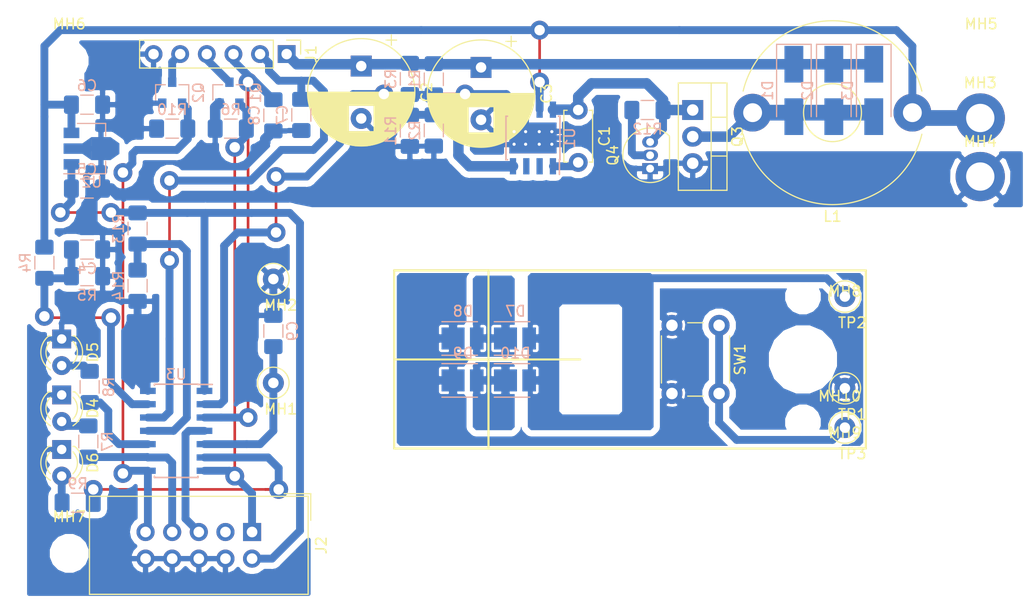
<source format=kicad_pcb>
(kicad_pcb (version 20171130) (host pcbnew "(5.0.0)")
  (layers (0 F.Cu signal) (31 B.Cu signal) (34 B.Paste user) (35 F.Paste user) (36 B.SilkS user) (37 F.SilkS user) (38 B.Mask user) (39 F.Mask user) (44 Edge.Cuts user))
  (net 0 "")
  (net 1 HALL_IN)
  (net 2 PA4)
  (net 3 +12V)
  (net 4 "Net-(J1-Pad4)")
  (net 5 "Net-(J1-Pad5)")
  (net 6 GND)
  (net 7 PA5)
  (net 8 "Net-(R1-Pad2)")
  (net 9 "Net-(R9-Pad1)")
  (net 10 "Net-(D6-Pad2)")
  (net 11 "Net-(D5-Pad2)")
  (net 12 "Net-(R8-Pad1)")
  (net 13 "Net-(D4-Pad2)")
  (net 14 PA6)
  (net 15 "Net-(C4-Pad1)")
  (net 16 +BATT)
  (net 17 +5V)
  (net 18 "Net-(C1-Pad2)")
  (net 19 "Net-(U1-Pad2)")
  (net 20 "Net-(U1-Pad3)")
  (net 21 "Net-(C1-Pad1)")
  (net 22 RST)
  (net 23 PB2)
  (net 24 "Net-(J2-Pad3)")
  (net 25 "Net-(Q4-Pad2)")
  (net 26 "Net-(D1-Pad2)")
  (net 27 "Net-(R13-Pad2)")
  (net 28 PB0)
  (net 29 PB1)
  (net 30 "Net-(D10-Pad2)")
  (net 31 "Net-(D10-Pad1)")
  (net 32 "Net-(D8-Pad1)")
  (net 33 "Net-(D7-Pad1)")
  (net 34 "Net-(SW1-Pad1)")
  (module MountingHole:MountingHole_2.2mm_M2_DIN965 (layer F.Cu) (at 184 74.5)
    (fp_text reference MH9 (at 4 1) (layer F.SilkS))
    (fp_text value " ")
    (pad 1 np_thru_hole circle (at 0 0) (size 2.2 2.2) (drill 2.2) (layers *.Cu *.Mask))
  )
  (module MountingHole:MountingHole_2.2mm_M2_DIN965 (layer F.Cu) (at 184 62.5)
    (fp_text reference MH8 (at 4 -0.5) (layer F.SilkS))
    (fp_text value " ")
    (pad 1 np_thru_hole circle (at 0 0) (size 2.2 2.2) (drill 2.2) (layers *.Cu *.Mask))
  )
  (module MountingHole:MountingHole_5.3mm_M5 (layer F.Cu) (at 184 68.5)
    (fp_text reference MH10 (at 3.5 3.5) (layer F.SilkS))
    (fp_text value " ")
    (pad 1 np_thru_hole circle (at 0 0) (size 5.3 5.3) (drill 5.3) (layers *.Cu *.Mask))
  )
  (module Button_Switch_THT:SW_PUSH_6mm (layer F.Cu) (at 176 65.25 270)
    (fp_text reference SW1 (at 3.25 -2 270) (layer F.SilkS))
    (fp_text value SW_Push)
    (pad 2 thru_hole circle (at 0 4.5) (size 2 2) (drill 1.1) (layers *.Cu *.Mask) (net 32 "Net-(D8-Pad1)"))
    (pad 1 thru_hole circle (at 0 0) (size 2 2) (drill 1.1) (layers *.Cu *.Mask) (net 34 "Net-(SW1-Pad1)"))
    (pad 2 thru_hole circle (at 6.5 4.5) (size 2 2) (drill 1.1) (layers *.Cu *.Mask) (net 32 "Net-(D8-Pad1)"))
    (pad 1 thru_hole circle (at 6.5 0) (size 2 2) (drill 1.1) (layers *.Cu *.Mask) (net 34 "Net-(SW1-Pad1)"))
  )
  (module TestPoint:TestPoint_Loop_D2.50mm_Drill1.0mm (layer F.Cu) (at 188 75)
    (fp_text reference TP3 (at 0.7 2.5) (layer F.SilkS))
    (fp_text value " ")
    (pad 1 thru_hole circle (at 0 0) (size 2 2) (drill 1) (layers *.Cu *.Mask) (net 34 "Net-(SW1-Pad1)"))
  )
  (module LED_SMD:LED_PLCC_2835 (layer B.Cu) (at 156.75 66.5)
    (fp_text reference D7 (at -0.18 -2.6) (layer B.SilkS) (effects (justify mirror)))
    (fp_text value LED)
    (pad 2 smd rect (at 1.13 0 180) (size 1.3 2.1) (layers B.Cu B.Paste B.Mask) (net 30 "Net-(D10-Pad2)"))
    (pad 1 smd rect (at -1.13 0 180) (size 2.2 2.1) (layers B.Cu B.Paste B.Mask) (net 33 "Net-(D7-Pad1)"))
  )
  (module LED_SMD:LED_PLCC_2835 (layer B.Cu) (at 151.75 66.5)
    (fp_text reference D8 (at -0.18 -2.6) (layer B.SilkS) (effects (justify mirror)))
    (fp_text value LED)
    (pad 1 smd rect (at -1.13 0 180) (size 2.2 2.1) (layers B.Cu B.Paste B.Mask) (net 32 "Net-(D8-Pad1)"))
    (pad 2 smd rect (at 1.13 0 180) (size 1.3 2.1) (layers B.Cu B.Paste B.Mask) (net 33 "Net-(D7-Pad1)"))
  )
  (module LED_SMD:LED_PLCC_2835 (layer B.Cu) (at 151.75 70.5)
    (fp_text reference D9 (at -0.18 -2.6) (layer B.SilkS) (effects (justify mirror)))
    (fp_text value LED)
    (pad 2 smd rect (at 1.13 0 180) (size 1.3 2.1) (layers B.Cu B.Paste B.Mask) (net 31 "Net-(D10-Pad1)"))
    (pad 1 smd rect (at -1.13 0 180) (size 2.2 2.1) (layers B.Cu B.Paste B.Mask) (net 32 "Net-(D8-Pad1)"))
  )
  (module LED_SMD:LED_PLCC_2835 (layer B.Cu) (at 156.75 70.5)
    (fp_text reference D10 (at -0.18 -2.6) (layer B.SilkS) (effects (justify mirror)))
    (fp_text value LED)
    (pad 1 smd rect (at -1.13 0 180) (size 2.2 2.1) (layers B.Cu B.Paste B.Mask) (net 31 "Net-(D10-Pad1)"))
    (pad 2 smd rect (at 1.13 0 180) (size 1.3 2.1) (layers B.Cu B.Paste B.Mask) (net 30 "Net-(D10-Pad2)"))
  )
  (module TestPoint:TestPoint_Loop_D2.50mm_Drill1.0mm (layer F.Cu) (at 188 71.25)
    (fp_text reference TP1 (at 0.7 2.5) (layer F.SilkS))
    (fp_text value " ")
    (pad 1 thru_hole circle (at 0 0) (size 2 2) (drill 1) (layers *.Cu *.Mask) (net 32 "Net-(D8-Pad1)"))
  )
  (module TestPoint:TestPoint_Loop_D2.50mm_Drill1.0mm (layer F.Cu) (at 188 62.5)
    (fp_text reference TP2 (at 0.7 2.5) (layer F.SilkS))
    (fp_text value " ")
    (pad 1 thru_hole circle (at 0 0) (size 2 2) (drill 1) (layers *.Cu *.Mask) (net 30 "Net-(D10-Pad2)"))
  )
  (module Capacitor_SMD:C_1206_3216Metric_Pad1.42x1.75mm_HandSolder (layer B.Cu) (at 133.477 65.786 90)
    (fp_text reference C9 (at 0 1.82 90) (layer B.SilkS) (effects (justify mirror)))
    (fp_text value 10nF)
    (pad 1 smd roundrect (at -1.4875 0 90) (size 1.425 1.75) (layers B.Cu B.Paste B.Mask) (roundrect_rratio 0.175439) (net 23 PB2))
    (pad 2 smd roundrect (at 1.4875 0 90) (size 1.425 1.75) (layers B.Cu B.Paste B.Mask) (roundrect_rratio 0.175439) (net 6 GND))
  )
  (module TestPoint:TestPoint_Loop_D2.50mm_Drill1.0mm (layer F.Cu) (at 133.477 70.739)
    (fp_text reference MH1 (at 0.7 2.5) (layer F.SilkS))
    (fp_text value Button1)
    (pad 1 thru_hole circle (at 0 0) (size 2 2) (drill 1) (layers *.Cu *.Mask) (net 23 PB2))
  )
  (module TestPoint:TestPoint_Loop_D2.50mm_Drill1.0mm (layer F.Cu) (at 133.477 60.833)
    (fp_text reference MH2 (at 0.7 2.5) (layer F.SilkS))
    (fp_text value Button1_G)
    (pad 1 thru_hole circle (at 0 0) (size 2 2) (drill 1) (layers *.Cu *.Mask) (net 6 GND))
  )
  (module Connector_IDC:IDC-Header_2x05_P2.54mm_Vertical (layer F.Cu) (at 131.445 84.963 270)
    (fp_text reference J2 (at 1.27 -6.604 270) (layer F.SilkS))
    (fp_text value AVR-ISP-10)
    (pad 1 thru_hole rect (at 0 0 270) (size 1.7272 1.7272) (drill 1.016) (layers *.Cu *.Mask) (net 14 PA6))
    (pad 2 thru_hole oval (at 2.54 0 270) (size 1.7272 1.7272) (drill 1.016) (layers *.Cu *.Mask) (net 17 +5V))
    (pad 3 thru_hole oval (at 0 2.54 270) (size 1.7272 1.7272) (drill 1.016) (layers *.Cu *.Mask) (net 24 "Net-(J2-Pad3)"))
    (pad 4 thru_hole oval (at 2.54 2.54 270) (size 1.7272 1.7272) (drill 1.016) (layers *.Cu *.Mask) (net 6 GND))
    (pad 5 thru_hole oval (at 0 5.08 270) (size 1.7272 1.7272) (drill 1.016) (layers *.Cu *.Mask) (net 22 RST))
    (pad 6 thru_hole oval (at 2.54 5.08 270) (size 1.7272 1.7272) (drill 1.016) (layers *.Cu *.Mask) (net 6 GND))
    (pad 7 thru_hole oval (at 0 7.62 270) (size 1.7272 1.7272) (drill 1.016) (layers *.Cu *.Mask) (net 2 PA4))
    (pad 8 thru_hole oval (at 2.54 7.62 270) (size 1.7272 1.7272) (drill 1.016) (layers *.Cu *.Mask) (net 6 GND))
    (pad 9 thru_hole oval (at 0 10.16 270) (size 1.7272 1.7272) (drill 1.016) (layers *.Cu *.Mask) (net 7 PA5))
    (pad 10 thru_hole oval (at 2.54 10.16 270) (size 1.7272 1.7272) (drill 1.016) (layers *.Cu *.Mask) (net 6 GND))
  )
  (module Resistor_SMD:R_1206_3216Metric_Pad1.42x1.75mm_HandSolder (layer B.Cu) (at 120.523 56.007 270)
    (fp_text reference R13 (at 0 1.82 270) (layer B.SilkS) (effects (justify mirror)))
    (fp_text value NC)
    (pad 1 smd roundrect (at -1.4875 0 270) (size 1.425 1.75) (layers B.Cu B.Paste B.Mask) (roundrect_rratio 0.175439) (net 17 +5V))
    (pad 2 smd roundrect (at 1.4875 0 270) (size 1.425 1.75) (layers B.Cu B.Paste B.Mask) (roundrect_rratio 0.175439) (net 27 "Net-(R13-Pad2)"))
  )
  (module Resistor_SMD:R_1206_3216Metric_Pad1.42x1.75mm_HandSolder (layer B.Cu) (at 120.523 61.468 270)
    (fp_text reference R14 (at 0 1.82 270) (layer B.SilkS) (effects (justify mirror)))
    (fp_text value NC)
    (pad 2 smd roundrect (at 1.4875 0 270) (size 1.425 1.75) (layers B.Cu B.Paste B.Mask) (roundrect_rratio 0.175439) (net 6 GND))
    (pad 1 smd roundrect (at -1.4875 0 270) (size 1.425 1.75) (layers B.Cu B.Paste B.Mask) (roundrect_rratio 0.175439) (net 27 "Net-(R13-Pad2)"))
  )
  (module Package_TO_SOT_THT:TO-220-3_Vertical (layer F.Cu) (at 173.482 44.704 270)
    (fp_text reference Q3 (at 2.54 -4.27 270) (layer F.SilkS))
    (fp_text value IRFZ44N)
    (pad 1 thru_hole rect (at 0 0 270) (size 1.905 2) (drill 1.1) (layers *.Cu *.Mask) (net 21 "Net-(C1-Pad1)"))
    (pad 2 thru_hole oval (at 2.54 0 270) (size 1.905 2) (drill 1.1) (layers *.Cu *.Mask) (net 26 "Net-(D1-Pad2)"))
    (pad 3 thru_hole oval (at 5.08 0 270) (size 1.905 2) (drill 1.1) (layers *.Cu *.Mask) (net 6 GND))
  )
  (module Package_TO_SOT_THT:TO-92_Inline (layer F.Cu) (at 169.418 50.292 90)
    (fp_text reference Q4 (at 1.27 -3.56 90) (layer F.SilkS))
    (fp_text value PN2222A)
    (pad 2 thru_hole oval (at 1.27 0 90) (size 1.05 1.5) (drill 0.75) (layers *.Cu *.Mask) (net 25 "Net-(Q4-Pad2)"))
    (pad 3 thru_hole oval (at 2.54 0 90) (size 1.05 1.5) (drill 0.75) (layers *.Cu *.Mask) (net 21 "Net-(C1-Pad1)"))
    (pad 1 thru_hole rect (at 0 0 90) (size 1.05 1.5) (drill 0.75) (layers *.Cu *.Mask) (net 6 GND))
  )
  (module Resistor_SMD:R_1206_3216Metric_Pad1.42x1.75mm_HandSolder (layer B.Cu) (at 169.164 44.704)
    (fp_text reference R12 (at 0 1.82) (layer B.SilkS) (effects (justify mirror)))
    (fp_text value 1K)
    (pad 2 smd roundrect (at 1.4875 0) (size 1.425 1.75) (layers B.Cu B.Paste B.Mask) (roundrect_rratio 0.175439) (net 21 "Net-(C1-Pad1)"))
    (pad 1 smd roundrect (at -1.4875 0) (size 1.425 1.75) (layers B.Cu B.Paste B.Mask) (roundrect_rratio 0.175439) (net 25 "Net-(Q4-Pad2)"))
  )
  (module Resistor_SMD:R_1206_3216Metric_Pad1.42x1.75mm_HandSolder (layer B.Cu) (at 146.498552 46.687453 270)
    (fp_text reference R11 (at 0 1.82 270) (layer B.SilkS) (effects (justify mirror)))
    (fp_text value NC)
    (pad 1 smd roundrect (at -1.4875 0 270) (size 1.425 1.75) (layers B.Cu B.Paste B.Mask) (roundrect_rratio 0.175439) (net 8 "Net-(R1-Pad2)"))
    (pad 2 smd roundrect (at 1.4875 0 270) (size 1.425 1.75) (layers B.Cu B.Paste B.Mask) (roundrect_rratio 0.175439) (net 6 GND))
  )
  (module LED_THT:LED_D3.0mm (layer F.Cu) (at 113.284 77.089 270)
    (fp_text reference D6 (at 1.27 -2.96 270) (layer F.SilkS))
    (fp_text value LED)
    (pad 1 thru_hole rect (at 0 0 270) (size 1.8 1.8) (drill 0.9) (layers *.Cu *.Mask) (net 6 GND))
    (pad 2 thru_hole circle (at 2.54 0 270) (size 1.8 1.8) (drill 0.9) (layers *.Cu *.Mask) (net 10 "Net-(D6-Pad2)"))
  )
  (module LED_THT:LED_D3.0mm (layer F.Cu) (at 113.284 66.548 270)
    (fp_text reference D5 (at 1.27 -2.96 270) (layer F.SilkS))
    (fp_text value LED)
    (pad 2 thru_hole circle (at 2.54 0 270) (size 1.8 1.8) (drill 0.9) (layers *.Cu *.Mask) (net 11 "Net-(D5-Pad2)"))
    (pad 1 thru_hole rect (at 0 0 270) (size 1.8 1.8) (drill 0.9) (layers *.Cu *.Mask) (net 6 GND))
  )
  (module LED_THT:LED_D3.0mm (layer F.Cu) (at 113.284 71.882 270)
    (fp_text reference D4 (at 1.27 -2.96 270) (layer F.SilkS))
    (fp_text value LED)
    (pad 1 thru_hole rect (at 0 0 270) (size 1.8 1.8) (drill 0.9) (layers *.Cu *.Mask) (net 6 GND))
    (pad 2 thru_hole circle (at 2.54 0 270) (size 1.8 1.8) (drill 0.9) (layers *.Cu *.Mask) (net 13 "Net-(D4-Pad2)"))
  )
  (module Connector_PinHeader_2.54mm:PinHeader_1x06_P2.54mm_Vertical (layer F.Cu) (at 134.747 39.37 270)
    (fp_text reference J1 (at 0 -2.33 270) (layer F.SilkS))
    (fp_text value " ")
    (pad 1 thru_hole rect (at 0 0 270) (size 1.7 1.7) (drill 1) (layers *.Cu *.Mask) (net 3 +12V))
    (pad 2 thru_hole oval (at 0 2.54 270) (size 1.7 1.7) (drill 1) (layers *.Cu *.Mask) (net 1 HALL_IN))
    (pad 3 thru_hole oval (at 0 5.08 270) (size 1.7 1.7) (drill 1) (layers *.Cu *.Mask) (net 29 PB1))
    (pad 4 thru_hole oval (at 0 7.62 270) (size 1.7 1.7) (drill 1) (layers *.Cu *.Mask) (net 4 "Net-(J1-Pad4)"))
    (pad 5 thru_hole oval (at 0 10.16 270) (size 1.7 1.7) (drill 1) (layers *.Cu *.Mask) (net 5 "Net-(J1-Pad5)"))
    (pad 6 thru_hole oval (at 0 12.7 270) (size 1.7 1.7) (drill 1) (layers *.Cu *.Mask) (net 6 GND))
  )
  (module Capacitor_THT:C_Disc_D4.7mm_W2.5mm_P5.00mm (layer F.Cu) (at 162.56 44.704 270)
    (fp_text reference C1 (at 2.5 -2.5 270) (layer F.SilkS))
    (fp_text value 10nF)
    (pad 1 thru_hole circle (at 0 0 270) (size 1.8 1.8) (drill 1) (layers *.Cu *.Mask) (net 21 "Net-(C1-Pad1)"))
    (pad 2 thru_hole circle (at 5 0 270) (size 1.8 1.8) (drill 1) (layers *.Cu *.Mask) (net 18 "Net-(C1-Pad2)"))
  )
  (module Inductor_THT:L_Toroid_Horizontal_D17.3mm_P15.24mm_Bourns_2000 (layer F.Cu) (at 194.437 44.958 180)
    (fp_text reference L1 (at 7.62 -9.9 180) (layer F.SilkS))
    (fp_text value 10uH)
    (pad 1 thru_hole circle (at 0 0 180) (size 3.6 3.6) (drill 1.8) (layers *.Cu *.Mask) (net 16 +BATT))
    (pad 2 thru_hole circle (at 15.24 0 180) (size 3.6 3.6) (drill 1.8) (layers *.Cu *.Mask) (net 26 "Net-(D1-Pad2)"))
  )
  (module MountingHole:MountingHole_2.5mm (layer F.Cu) (at 114 87)
    (fp_text reference MH7 (at 0 -3.5) (layer F.SilkS))
    (fp_text value " ")
    (pad 1 np_thru_hole circle (at 0 0) (size 2.5 2.5) (drill 2.5) (layers *.Cu *.Mask))
  )
  (module MountingHole:MountingHole_2.5mm (layer F.Cu) (at 114 40)
    (fp_text reference MH6 (at 0 -3.5) (layer F.SilkS))
    (fp_text value " ")
    (pad 1 np_thru_hole circle (at 0 0) (size 2.5 2.5) (drill 2.5) (layers *.Cu *.Mask))
  )
  (module MountingHole:MountingHole_2.5mm (layer F.Cu) (at 201 40)
    (fp_text reference MH5 (at 0 -3.5) (layer F.SilkS))
    (fp_text value " ")
    (pad 1 np_thru_hole circle (at 0 0) (size 2.5 2.5) (drill 2.5) (layers *.Cu *.Mask))
  )
  (module MountingHole:MountingHole_2.7mm_M2.5_DIN965_Pad (layer F.Cu) (at 200.914 45.466)
    (fp_text reference MH3 (at 0 -3.35) (layer F.SilkS))
    (fp_text value +BAT)
    (pad 1 thru_hole circle (at 0 0) (size 4.7 4.7) (drill 2.7) (layers *.Cu *.Mask) (net 16 +BATT))
  )
  (module MountingHole:MountingHole_2.7mm_M2.5_DIN965_Pad (layer F.Cu) (at 200.914 51.054)
    (fp_text reference MH4 (at 0 -3.35) (layer F.SilkS))
    (fp_text value -BAT)
    (pad 1 thru_hole circle (at 0 0) (size 4.7 4.7) (drill 2.7) (layers *.Cu *.Mask) (net 6 GND))
  )
  (module Capacitor_SMD:C_1206_3216Metric_Pad1.42x1.75mm_HandSolder (layer B.Cu) (at 115.702244 58.015803)
    (fp_text reference C4 (at 0 1.82) (layer B.SilkS) (effects (justify mirror)))
    (fp_text value 1uF)
    (pad 2 smd roundrect (at 1.4875 0) (size 1.425 1.75) (layers B.Cu B.Paste B.Mask) (roundrect_rratio 0.175439) (net 6 GND))
    (pad 1 smd roundrect (at -1.4875 0) (size 1.425 1.75) (layers B.Cu B.Paste B.Mask) (roundrect_rratio 0.175439) (net 15 "Net-(C4-Pad1)"))
  )
  (module Capacitor_SMD:C_1206_3216Metric_Pad1.42x1.75mm_HandSolder (layer B.Cu) (at 115.697 52.197 180)
    (fp_text reference C5 (at 0 1.82 180) (layer B.SilkS) (effects (justify mirror)))
    (fp_text value 100nF)
    (pad 2 smd roundrect (at 1.4875 0 180) (size 1.425 1.75) (layers B.Cu B.Paste B.Mask) (roundrect_rratio 0.175439) (net 17 +5V))
    (pad 1 smd roundrect (at -1.4875 0 180) (size 1.425 1.75) (layers B.Cu B.Paste B.Mask) (roundrect_rratio 0.175439) (net 6 GND))
  )
  (module Capacitor_SMD:C_1206_3216Metric_Pad1.42x1.75mm_HandSolder (layer B.Cu) (at 115.697 44.196 180)
    (fp_text reference C6 (at 0 1.82 180) (layer B.SilkS) (effects (justify mirror)))
    (fp_text value 100nF)
    (pad 1 smd roundrect (at -1.4875 0 180) (size 1.425 1.75) (layers B.Cu B.Paste B.Mask) (roundrect_rratio 0.175439) (net 6 GND))
    (pad 2 smd roundrect (at 1.4875 0 180) (size 1.425 1.75) (layers B.Cu B.Paste B.Mask) (roundrect_rratio 0.175439) (net 16 +BATT))
  )
  (module Capacitor_SMD:C_1206_3216Metric_Pad1.42x1.75mm_HandSolder (layer B.Cu) (at 136.144 45.1755 270)
    (fp_text reference C7 (at 0 1.82 270) (layer B.SilkS) (effects (justify mirror)))
    (fp_text value 1nF)
    (pad 2 smd roundrect (at 1.4875 0 270) (size 1.425 1.75) (layers B.Cu B.Paste B.Mask) (roundrect_rratio 0.175439) (net 6 GND))
    (pad 1 smd roundrect (at -1.4875 0 270) (size 1.425 1.75) (layers B.Cu B.Paste B.Mask) (roundrect_rratio 0.175439) (net 1 HALL_IN))
  )
  (module Capacitor_SMD:C_1206_3216Metric_Pad1.42x1.75mm_HandSolder (layer B.Cu) (at 133.477 45.212 270)
    (fp_text reference C8 (at 0 1.82 270) (layer B.SilkS) (effects (justify mirror)))
    (fp_text value 10nF)
    (pad 1 smd roundrect (at -1.4875 0 270) (size 1.425 1.75) (layers B.Cu B.Paste B.Mask) (roundrect_rratio 0.175439) (net 29 PB1))
    (pad 2 smd roundrect (at 1.4875 0 270) (size 1.425 1.75) (layers B.Cu B.Paste B.Mask) (roundrect_rratio 0.175439) (net 6 GND))
  )
  (module Capacitor_THT:CP_Radial_D10.0mm_P5.00mm (layer F.Cu) (at 141.859 40.513 270)
    (fp_text reference C2 (at 2.5 -6.25 270) (layer F.SilkS))
    (fp_text value 680uF)
    (pad 2 thru_hole circle (at 5 0 270) (size 2 2) (drill 1) (layers *.Cu *.Mask) (net 6 GND))
    (pad 1 thru_hole rect (at 0 0 270) (size 2 2) (drill 1) (layers *.Cu *.Mask) (net 3 +12V))
  )
  (module Capacitor_THT:CP_Radial_D10.0mm_P5.00mm (layer F.Cu) (at 153.289 40.64 270)
    (fp_text reference C3 (at 2.5 -6.25 270) (layer F.SilkS))
    (fp_text value 680uF)
    (pad 1 thru_hole rect (at 0 0 270) (size 2 2) (drill 1) (layers *.Cu *.Mask) (net 3 +12V))
    (pad 2 thru_hole circle (at 5 0 270) (size 2 2) (drill 1) (layers *.Cu *.Mask) (net 6 GND))
  )
  (module Diode_SMD:D_SMA_Handsoldering (layer B.Cu) (at 190.754 42.839 270)
    (fp_text reference D3 (at 0 2.5 270) (layer B.SilkS) (effects (justify mirror)))
    (fp_text value SS14)
    (pad 1 smd rect (at -2.5 0 270) (size 3.5 1.8) (layers B.Cu B.Paste B.Mask) (net 3 +12V))
    (pad 2 smd rect (at 2.5 0 270) (size 3.5 1.8) (layers B.Cu B.Paste B.Mask) (net 26 "Net-(D1-Pad2)"))
  )
  (module Diode_SMD:D_SMA_Handsoldering (layer B.Cu) (at 186.944 42.839 270)
    (fp_text reference D2 (at 0 2.5 270) (layer B.SilkS) (effects (justify mirror)))
    (fp_text value SS14)
    (pad 2 smd rect (at 2.5 0 270) (size 3.5 1.8) (layers B.Cu B.Paste B.Mask) (net 26 "Net-(D1-Pad2)"))
    (pad 1 smd rect (at -2.5 0 270) (size 3.5 1.8) (layers B.Cu B.Paste B.Mask) (net 3 +12V))
  )
  (module Diode_SMD:D_SMA_Handsoldering (layer B.Cu) (at 183.134 42.839 270)
    (fp_text reference D1 (at 0 2.5 270) (layer B.SilkS) (effects (justify mirror)))
    (fp_text value SS14)
    (pad 1 smd rect (at -2.5 0 270) (size 3.5 1.8) (layers B.Cu B.Paste B.Mask) (net 3 +12V))
    (pad 2 smd rect (at 2.5 0 270) (size 3.5 1.8) (layers B.Cu B.Paste B.Mask) (net 26 "Net-(D1-Pad2)"))
  )
  (module Package_SO:SOIC-14_3.9x8.7mm_P1.27mm (layer B.Cu) (at 124.206 75.311 180)
    (fp_text reference U3 (at 0 5.375 180) (layer B.SilkS) (effects (justify mirror)))
    (fp_text value ATtiny44A-SSU)
    (pad 1 smd rect (at -2.7 3.81 180) (size 1.5 0.6) (layers B.Cu B.Paste B.Mask) (net 17 +5V))
    (pad 2 smd rect (at -2.7 2.54 180) (size 1.5 0.6) (layers B.Cu B.Paste B.Mask) (net 28 PB0))
    (pad 3 smd rect (at -2.7 1.27 180) (size 1.5 0.6) (layers B.Cu B.Paste B.Mask) (net 29 PB1))
    (pad 4 smd rect (at -2.7 0 180) (size 1.5 0.6) (layers B.Cu B.Paste B.Mask) (net 22 RST))
    (pad 5 smd rect (at -2.7 -1.27 180) (size 1.5 0.6) (layers B.Cu B.Paste B.Mask) (net 23 PB2))
    (pad 6 smd rect (at -2.7 -2.54 180) (size 1.5 0.6) (layers B.Cu B.Paste B.Mask) (net 9 "Net-(R9-Pad1)"))
    (pad 7 smd rect (at -2.7 -3.81 180) (size 1.5 0.6) (layers B.Cu B.Paste B.Mask) (net 14 PA6))
    (pad 8 smd rect (at 2.7 -3.81 180) (size 1.5 0.6) (layers B.Cu B.Paste B.Mask) (net 7 PA5))
    (pad 9 smd rect (at 2.7 -2.54 180) (size 1.5 0.6) (layers B.Cu B.Paste B.Mask) (net 2 PA4))
    (pad 10 smd rect (at 2.7 -1.27 180) (size 1.5 0.6) (layers B.Cu B.Paste B.Mask) (net 12 "Net-(R8-Pad1)"))
    (pad 11 smd rect (at 2.7 0 180) (size 1.5 0.6) (layers B.Cu B.Paste B.Mask) (net 27 "Net-(R13-Pad2)"))
    (pad 12 smd rect (at 2.7 1.27 180) (size 1.5 0.6) (layers B.Cu B.Paste B.Mask) (net 1 HALL_IN))
    (pad 13 smd rect (at 2.7 2.54 180) (size 1.5 0.6) (layers B.Cu B.Paste B.Mask) (net 15 "Net-(C4-Pad1)"))
    (pad 14 smd rect (at 2.7 3.81 180) (size 1.5 0.6) (layers B.Cu B.Paste B.Mask) (net 6 GND))
  )
  (module Package_SO:TI_SO-PowerPAD-8_ThermalVias (layer B.Cu) (at 158.242 47.371 90)
    (fp_text reference U1 (at 0 3.5 90) (layer B.SilkS) (effects (justify mirror)))
    (fp_text value TPS5430DDA)
    (pad 9 smd rect (at 0 0 90) (size 2.6 3.1) (layers B.Cu B.Paste B.Mask) (net 6 GND))
    (pad 9 smd rect (at 0 0 90) (size 2.95 4.5) (layers B.Cu) (net 6 GND))
    (pad 1 smd rect (at -2.7 1.905 90) (size 1.55 0.6) (layers B.Cu B.Paste B.Mask) (net 18 "Net-(C1-Pad2)"))
    (pad 2 smd rect (at -2.7 0.635 90) (size 1.55 0.6) (layers B.Cu B.Paste B.Mask) (net 19 "Net-(U1-Pad2)"))
    (pad 3 smd rect (at -2.7 -0.635 90) (size 1.55 0.6) (layers B.Cu B.Paste B.Mask) (net 20 "Net-(U1-Pad3)"))
    (pad 4 smd rect (at -2.7 -1.905 90) (size 1.55 0.6) (layers B.Cu B.Paste B.Mask) (net 8 "Net-(R1-Pad2)"))
    (pad 5 smd rect (at 2.7 -1.905 90) (size 1.55 0.6) (layers B.Cu B.Paste B.Mask) (net 28 PB0))
    (pad 6 smd rect (at 2.7 -0.635 90) (size 1.55 0.6) (layers B.Cu B.Paste B.Mask) (net 6 GND))
    (pad 7 smd rect (at 2.7 0.635 90) (size 1.55 0.6) (layers B.Cu B.Paste B.Mask) (net 16 +BATT))
    (pad 8 smd rect (at 2.7 1.905 90) (size 1.55 0.6) (layers B.Cu B.Paste B.Mask) (net 21 "Net-(C1-Pad1)"))
    (pad 9 smd rect (at 0 0 90) (size 2.95 4.5) (layers F.Cu) (net 6 GND))
    (pad 9 thru_hole circle (at -0.6 1.8 90) (size 0.6 0.6) (drill 0.3) (layers *.Cu) (net 6 GND))
    (pad 9 thru_hole circle (at -0.6 0.6 90) (size 0.6 0.6) (drill 0.3) (layers *.Cu) (net 6 GND))
    (pad 9 thru_hole circle (at 0.6 0.6 90) (size 0.6 0.6) (drill 0.3) (layers *.Cu) (net 6 GND))
    (pad 9 thru_hole circle (at 0.6 1.8 90) (size 0.6 0.6) (drill 0.3) (layers *.Cu) (net 6 GND))
    (pad 9 thru_hole circle (at -0.6 -1.8 90) (size 0.6 0.6) (drill 0.3) (layers *.Cu) (net 6 GND))
    (pad 9 thru_hole circle (at -0.6 -0.7 90) (size 0.6 0.6) (drill 0.3) (layers *.Cu) (net 6 GND))
    (pad 9 thru_hole circle (at 0.6 -0.7 90) (size 0.6 0.6) (drill 0.3) (layers *.Cu) (net 6 GND))
    (pad 9 thru_hole circle (at 0.6 -1.8 90) (size 0.6 0.6) (drill 0.3) (layers *.Cu) (net 6 GND))
  )
  (module Package_TO_SOT_SMD:SOT-23 (layer B.Cu) (at 129.286 43.053 90)
    (fp_text reference Q1 (at 0 2.5 90) (layer B.SilkS) (effects (justify mirror)))
    (fp_text value IRLML2502)
    (pad 3 smd rect (at 1 0 90) (size 0.9 0.8) (layers B.Cu B.Paste B.Mask) (net 4 "Net-(J1-Pad4)"))
    (pad 2 smd rect (at -1 -0.95 90) (size 0.9 0.8) (layers B.Cu B.Paste B.Mask) (net 6 GND))
    (pad 1 smd rect (at -1 0.95 90) (size 0.9 0.8) (layers B.Cu B.Paste B.Mask) (net 14 PA6))
  )
  (module Package_TO_SOT_SMD:SOT-23 (layer B.Cu) (at 123.825 43.053 90)
    (fp_text reference Q2 (at 0 2.5 90) (layer B.SilkS) (effects (justify mirror)))
    (fp_text value IRLML2502)
    (pad 1 smd rect (at -1 0.95 90) (size 0.9 0.8) (layers B.Cu B.Paste B.Mask) (net 7 PA5))
    (pad 2 smd rect (at -1 -0.95 90) (size 0.9 0.8) (layers B.Cu B.Paste B.Mask) (net 6 GND))
    (pad 3 smd rect (at 1 0 90) (size 0.9 0.8) (layers B.Cu B.Paste B.Mask) (net 5 "Net-(J1-Pad5)"))
  )
  (module Package_TO_SOT_SMD:SOT-89-3 (layer B.Cu) (at 115.697 48.387)
    (fp_text reference U2 (at 0.45 3.2) (layer B.SilkS) (effects (justify mirror)))
    (fp_text value L78L05_SOT89)
    (pad 2 smd trapezoid (at 2.667 0 90) (size 1.6 0.85) (rect_delta 0 -0.6) (layers B.Cu B.Paste B.Mask) (net 6 GND))
    (pad 1 smd rect (at -1.48 1.5 90) (size 1 1.5) (layers B.Cu B.Paste B.Mask) (net 17 +5V))
    (pad 2 smd rect (at -1.3335 0 90) (size 1 1.8) (layers B.Cu B.Paste B.Mask) (net 6 GND))
    (pad 3 smd rect (at -1.48 -1.5 90) (size 1 1.5) (layers B.Cu B.Paste B.Mask) (net 16 +BATT))
    (pad 2 smd rect (at 1.3335 0 90) (size 2.2 1.84) (layers B.Cu B.Paste B.Mask) (net 6 GND))
    (pad 2 smd trapezoid (at -0.0762 0 270) (size 1.5 1) (rect_delta 0 -0.7) (layers B.Cu B.Paste B.Mask) (net 6 GND))
  )
  (module Resistor_SMD:R_1206_3216Metric_Pad1.42x1.75mm_HandSolder (layer B.Cu) (at 146.498552 41.734453 270)
    (fp_text reference R3 (at 0 1.82 270) (layer B.SilkS) (effects (justify mirror)))
    (fp_text value NC)
    (pad 2 smd roundrect (at 1.4875 0 270) (size 1.425 1.75) (layers B.Cu B.Paste B.Mask) (roundrect_rratio 0.175439) (net 8 "Net-(R1-Pad2)"))
    (pad 1 smd roundrect (at -1.4875 0 270) (size 1.425 1.75) (layers B.Cu B.Paste B.Mask) (roundrect_rratio 0.175439) (net 3 +12V))
  )
  (module Resistor_SMD:R_1206_3216Metric_Pad1.42x1.75mm_HandSolder (layer B.Cu) (at 148.784552 46.650953 270)
    (fp_text reference R2 (at 0 1.82 270) (layer B.SilkS) (effects (justify mirror)))
    (fp_text value NC)
    (pad 1 smd roundrect (at -1.4875 0 270) (size 1.425 1.75) (layers B.Cu B.Paste B.Mask) (roundrect_rratio 0.175439) (net 8 "Net-(R1-Pad2)"))
    (pad 2 smd roundrect (at 1.4875 0 270) (size 1.425 1.75) (layers B.Cu B.Paste B.Mask) (roundrect_rratio 0.175439) (net 6 GND))
  )
  (module Resistor_SMD:R_1206_3216Metric_Pad1.42x1.75mm_HandSolder (layer B.Cu) (at 111.633 59.2725 270)
    (fp_text reference R4 (at 0 1.82 270) (layer B.SilkS) (effects (justify mirror)))
    (fp_text value 1M)
    (pad 1 smd roundrect (at -1.4875 0 270) (size 1.425 1.75) (layers B.Cu B.Paste B.Mask) (roundrect_rratio 0.175439) (net 16 +BATT))
    (pad 2 smd roundrect (at 1.4875 0 270) (size 1.425 1.75) (layers B.Cu B.Paste B.Mask) (roundrect_rratio 0.175439) (net 15 "Net-(C4-Pad1)"))
  )
  (module Resistor_SMD:R_1206_3216Metric_Pad1.42x1.75mm_HandSolder (layer B.Cu) (at 115.702244 60.555803)
    (fp_text reference R5 (at 0 1.82) (layer B.SilkS) (effects (justify mirror)))
    (fp_text value 150K)
    (pad 2 smd roundrect (at 1.4875 0) (size 1.425 1.75) (layers B.Cu B.Paste B.Mask) (roundrect_rratio 0.175439) (net 6 GND))
    (pad 1 smd roundrect (at -1.4875 0) (size 1.425 1.75) (layers B.Cu B.Paste B.Mask) (roundrect_rratio 0.175439) (net 15 "Net-(C4-Pad1)"))
  )
  (module Resistor_SMD:R_1206_3216Metric_Pad1.42x1.75mm_HandSolder (layer B.Cu) (at 129.413 46.482 180)
    (fp_text reference R6 (at 0 1.82 180) (layer B.SilkS) (effects (justify mirror)))
    (fp_text value 1K)
    (pad 2 smd roundrect (at 1.4875 0 180) (size 1.425 1.75) (layers B.Cu B.Paste B.Mask) (roundrect_rratio 0.175439) (net 6 GND))
    (pad 1 smd roundrect (at -1.4875 0 180) (size 1.425 1.75) (layers B.Cu B.Paste B.Mask) (roundrect_rratio 0.175439) (net 14 PA6))
  )
  (module Resistor_SMD:R_1206_3216Metric_Pad1.42x1.75mm_HandSolder (layer B.Cu) (at 115.824 76.327 90)
    (fp_text reference R7 (at 0 1.82 90) (layer B.SilkS) (effects (justify mirror)))
    (fp_text value 220R)
    (pad 1 smd roundrect (at -1.4875 0 90) (size 1.425 1.75) (layers B.Cu B.Paste B.Mask) (roundrect_rratio 0.175439) (net 2 PA4))
    (pad 2 smd roundrect (at 1.4875 0 90) (size 1.425 1.75) (layers B.Cu B.Paste B.Mask) (roundrect_rratio 0.175439) (net 13 "Net-(D4-Pad2)"))
  )
  (module Resistor_SMD:R_1206_3216Metric_Pad1.42x1.75mm_HandSolder (layer B.Cu) (at 115.951 71.12 90)
    (fp_text reference R8 (at 0 1.82 90) (layer B.SilkS) (effects (justify mirror)))
    (fp_text value 220R)
    (pad 2 smd roundrect (at 1.4875 0 90) (size 1.425 1.75) (layers B.Cu B.Paste B.Mask) (roundrect_rratio 0.175439) (net 11 "Net-(D5-Pad2)"))
    (pad 1 smd roundrect (at -1.4875 0 90) (size 1.425 1.75) (layers B.Cu B.Paste B.Mask) (roundrect_rratio 0.175439) (net 12 "Net-(R8-Pad1)"))
  )
  (module Resistor_SMD:R_1206_3216Metric_Pad1.42x1.75mm_HandSolder (layer B.Cu) (at 114.808 82.169 180)
    (fp_text reference R9 (at 0 1.82 180) (layer B.SilkS) (effects (justify mirror)))
    (fp_text value 220R)
    (pad 1 smd roundrect (at -1.4875 0 180) (size 1.425 1.75) (layers B.Cu B.Paste B.Mask) (roundrect_rratio 0.175439) (net 9 "Net-(R9-Pad1)"))
    (pad 2 smd roundrect (at 1.4875 0 180) (size 1.425 1.75) (layers B.Cu B.Paste B.Mask) (roundrect_rratio 0.175439) (net 10 "Net-(D6-Pad2)"))
  )
  (module Resistor_SMD:R_1206_3216Metric_Pad1.42x1.75mm_HandSolder (layer B.Cu) (at 148.784552 41.770953 270)
    (fp_text reference R1 (at 0 1.82 270) (layer B.SilkS) (effects (justify mirror)))
    (fp_text value NC)
    (pad 2 smd roundrect (at 1.4875 0 270) (size 1.425 1.75) (layers B.Cu B.Paste B.Mask) (roundrect_rratio 0.175439) (net 8 "Net-(R1-Pad2)"))
    (pad 1 smd roundrect (at -1.4875 0 270) (size 1.425 1.75) (layers B.Cu B.Paste B.Mask) (roundrect_rratio 0.175439) (net 3 +12V))
  )
  (module Resistor_SMD:R_1206_3216Metric_Pad1.42x1.75mm_HandSolder (layer B.Cu) (at 123.825 46.482 180)
    (fp_text reference R10 (at 0 1.82 180) (layer B.SilkS) (effects (justify mirror)))
    (fp_text value 1K)
    (pad 1 smd roundrect (at -1.4875 0 180) (size 1.425 1.75) (layers B.Cu B.Paste B.Mask) (roundrect_rratio 0.175439) (net 7 PA5))
    (pad 2 smd roundrect (at 1.4875 0 180) (size 1.425 1.75) (layers B.Cu B.Paste B.Mask) (roundrect_rratio 0.175439) (net 6 GND))
  )
  (module Bike:b7 (layer F.Cu) (at 163.75 68.5 270)
    (fp_text reference "" hide)
    (fp_text value "" hide)
  )
  (gr_line (start 154 68.5) (end 162.75 68.5) (layer F.SilkS) (width 0.2))
  (gr_line (start 154 68.5) (end 145 68.5) (layer F.SilkS) (width 0.2))
  (gr_line (start 154 77) (end 154 68.5) (layer F.SilkS) (width 0.2))
  (gr_line (start 154 60) (end 154 77) (layer F.SilkS) (width 0.2))
  (gr_line (start 145 60) (end 154 60) (layer F.SilkS) (width 0.2))
  (gr_line (start 145 60) (end 190 60) (layer F.SilkS) (width 0.2))
  (gr_line (start 145 77) (end 145 60) (layer F.SilkS) (width 0.2))
  (gr_line (start 190 77) (end 145 77) (layer F.SilkS) (width 0.2))
  (gr_line (start 190 60) (end 190 77) (layer F.SilkS) (width 0.2))
  (via (at 123.571 51.435) (size 1.8) (drill 1) (layers F.Cu B.Cu) (net 1))
  (via (at 123.571 59.055) (size 1.8) (drill 1) (layers F.Cu B.Cu) (net 1))
  (segment (start 123.571 66.548) (end 123.571 59.055) (width 0.75) (layer B.Cu) (net 1))
  (segment (start 123.571 51.435) (end 131.318 51.435) (width 0.75) (layer B.Cu) (net 1))
  (segment (start 137.287 48.514) (end 138.303 47.498) (width 0.75) (layer B.Cu) (net 1))
  (segment (start 138.303 47.498) (end 138.303 42.926) (width 0.75) (layer B.Cu) (net 1))
  (segment (start 138.303 42.926) (end 137.287 41.91) (width 0.75) (layer B.Cu) (net 1))
  (segment (start 133.056999 40.981999) (end 133.985 41.91) (width 0.75) (layer B.Cu) (net 1))
  (segment (start 133.056999 40.219999) (end 133.056999 40.981999) (width 0.75) (layer B.Cu) (net 1))
  (segment (start 132.207 39.37) (end 133.056999 40.219999) (width 0.75) (layer B.Cu) (net 1))
  (segment (start 131.445 51.308) (end 134.214998 48.538002) (width 0.75) (layer B.Cu) (net 1))
  (segment (start 136.144 42.8755) (end 136.144 41.91) (width 0.75) (layer B.Cu) (net 1))
  (segment (start 136.144 43.688) (end 136.144 42.8755) (width 0.75) (layer B.Cu) (net 1))
  (segment (start 137.287 41.91) (end 136.144 41.91) (width 0.75) (layer B.Cu) (net 1))
  (segment (start 136.144 41.91) (end 133.985 41.91) (width 0.75) (layer B.Cu) (net 1))
  (segment (start 134.239 48.514) (end 134.214998 48.538002) (width 0.75) (layer B.Cu) (net 1))
  (segment (start 137.287 48.514) (end 134.239 48.514) (width 0.75) (layer B.Cu) (net 1))
  (segment (start 123.571 51.435) (end 123.571 59.055) (width 0.25) (layer F.Cu) (net 1))
  (segment (start 123.006 74.041) (end 123.571 73.476) (width 0.75) (layer B.Cu) (net 1))
  (segment (start 121.506 74.041) (end 123.006 74.041) (width 0.75) (layer B.Cu) (net 1))
  (segment (start 123.571 73.476) (end 123.571 66.548) (width 0.75) (layer B.Cu) (net 1))
  (segment (start 121.4695 77.8145) (end 121.506 77.851) (width 0.75) (layer B.Cu) (net 2))
  (segment (start 115.824 77.8145) (end 121.4695 77.8145) (width 0.75) (layer B.Cu) (net 2))
  (segment (start 123.825 84.963) (end 123.825 78.359) (width 0.75) (layer B.Cu) (net 2))
  (segment (start 123.317 77.851) (end 121.506 77.851) (width 0.75) (layer B.Cu) (net 2))
  (segment (start 123.825 78.359) (end 123.317 77.851) (width 0.75) (layer B.Cu) (net 2))
  (segment (start 135.716 40.339) (end 134.747 39.37) (width 1) (layer B.Cu) (net 3))
  (segment (start 146.535052 40.283453) (end 146.498552 40.246953) (width 0.75) (layer B.Cu) (net 3))
  (segment (start 147.574 40.283453) (end 146.535052 40.283453) (width 0.75) (layer B.Cu) (net 3))
  (segment (start 148.784552 40.283453) (end 147.574 40.283453) (width 0.75) (layer B.Cu) (net 3))
  (segment (start 190.754 40.339) (end 135.716 40.339) (width 1) (layer B.Cu) (net 3))
  (segment (start 127.127 39.894) (end 129.286 42.053) (width 0.75) (layer B.Cu) (net 4))
  (segment (start 127.127 39.37) (end 127.127 39.894) (width 0.75) (layer B.Cu) (net 4))
  (segment (start 123.825 40.132) (end 124.587 39.37) (width 0.75) (layer B.Cu) (net 5))
  (segment (start 123.825 42.053) (end 123.825 40.132) (width 0.75) (layer B.Cu) (net 5))
  (segment (start 120.523 70.518) (end 121.506 71.501) (width 0.75) (layer B.Cu) (net 6))
  (segment (start 120.523 62.9555) (end 120.523 70.518) (width 0.75) (layer B.Cu) (net 6))
  (segment (start 133.477 64.2985) (end 133.477 60.833) (width 0.75) (layer B.Cu) (net 6))
  (segment (start 132.705653 47.470847) (end 132.705653 47.761347) (width 1) (layer B.Cu) (net 6))
  (segment (start 133.477 46.6995) (end 132.705653 47.470847) (width 1) (layer B.Cu) (net 6))
  (segment (start 132.705653 47.761347) (end 132.08 48.387) (width 1) (layer B.Cu) (net 6))
  (segment (start 127.9255 44.4635) (end 128.336 44.053) (width 1) (layer B.Cu) (net 6))
  (segment (start 127.9255 46.482) (end 127.9255 44.4635) (width 1) (layer B.Cu) (net 6))
  (segment (start 160.466264 46.771) (end 160.501264 46.736) (width 0.5) (layer B.Cu) (net 6))
  (segment (start 160.042 46.771) (end 160.466264 46.771) (width 0.5) (layer B.Cu) (net 6))
  (segment (start 160.501264 46.736) (end 162.433 46.736) (width 0.5) (layer B.Cu) (net 6))
  (segment (start 161.798 47.371) (end 158.242 47.371) (width 0.5) (layer B.Cu) (net 6))
  (segment (start 162.433 46.736) (end 161.798 47.371) (width 0.5) (layer B.Cu) (net 6))
  (segment (start 160.466264 47.971) (end 160.501264 48.006) (width 0.5) (layer B.Cu) (net 6))
  (segment (start 160.042 47.971) (end 160.466264 47.971) (width 0.5) (layer B.Cu) (net 6))
  (segment (start 160.501264 48.006) (end 161.798 48.006) (width 0.5) (layer B.Cu) (net 6))
  (segment (start 156.442 46.771) (end 155.102 46.771) (width 0.5) (layer B.Cu) (net 6))
  (segment (start 156.017736 47.971) (end 155.982736 48.006) (width 0.5) (layer B.Cu) (net 6))
  (segment (start 156.442 47.971) (end 156.017736 47.971) (width 0.5) (layer B.Cu) (net 6))
  (segment (start 155.982736 48.006) (end 154.305 48.006) (width 0.5) (layer B.Cu) (net 6))
  (segment (start 157.607 46.706) (end 157.542 46.771) (width 0.5) (layer B.Cu) (net 6))
  (segment (start 157.607 44.671) (end 157.607 46.706) (width 0.5) (layer B.Cu) (net 6))
  (segment (start 117.997 52.197) (end 118.632 52.832) (width 1) (layer B.Cu) (net 6))
  (segment (start 117.1845 52.197) (end 117.997 52.197) (width 1) (layer B.Cu) (net 6))
  (segment (start 118.632 52.832) (end 121.92 52.832) (width 1) (layer B.Cu) (net 6))
  (segment (start 116.372 52.197) (end 116.078 52.491) (width 1) (layer B.Cu) (net 6))
  (segment (start 117.1845 52.197) (end 116.372 52.197) (width 1) (layer B.Cu) (net 6))
  (segment (start 116.078 52.491) (end 116.078 54.991) (width 1) (layer B.Cu) (net 6))
  (segment (start 117.1845 52.197) (end 116.205 53.1765) (width 1) (layer B.Cu) (net 6))
  (segment (start 116.205 53.1765) (end 116.205 55.753) (width 1) (layer B.Cu) (net 6))
  (via (at 119.126 50.673) (size 1.8) (drill 1) (layers F.Cu B.Cu) (net 7))
  (via (at 119.126 79.375) (size 1.8) (drill 1) (layers F.Cu B.Cu) (net 7))
  (segment (start 119.38 79.121) (end 119.126 79.375) (width 0.75) (layer B.Cu) (net 7))
  (segment (start 121.506 79.121) (end 119.38 79.121) (width 0.75) (layer B.Cu) (net 7))
  (segment (start 121.506 84.742) (end 121.285 84.963) (width 0.75) (layer B.Cu) (net 7))
  (segment (start 121.506 79.121) (end 121.506 84.742) (width 0.75) (layer B.Cu) (net 7))
  (segment (start 125.3125 44.5905) (end 124.775 44.053) (width 0.75) (layer B.Cu) (net 7))
  (segment (start 125.3125 46.482) (end 125.3125 44.5905) (width 0.75) (layer B.Cu) (net 7))
  (segment (start 125.3125 47.457) (end 124.2555 48.514) (width 0.75) (layer B.Cu) (net 7))
  (segment (start 125.3125 46.482) (end 125.3125 47.457) (width 0.75) (layer B.Cu) (net 7))
  (segment (start 119.126 50.673) (end 119.126 79.375) (width 0.25) (layer F.Cu) (net 7))
  (segment (start 120.025999 49.773001) (end 120.025999 48.884001) (width 0.75) (layer B.Cu) (net 7))
  (segment (start 119.126 50.673) (end 120.025999 49.773001) (width 0.75) (layer B.Cu) (net 7))
  (segment (start 120.396 48.514) (end 124.2555 48.514) (width 0.75) (layer B.Cu) (net 7))
  (segment (start 120.025999 48.884001) (end 120.396 48.514) (width 0.75) (layer B.Cu) (net 7))
  (segment (start 148.784552 45.163453) (end 148.784552 43.258453) (width 0.75) (layer B.Cu) (net 8))
  (segment (start 146.535052 43.258453) (end 146.498552 43.221953) (width 0.75) (layer B.Cu) (net 8))
  (segment (start 148.784552 43.258453) (end 146.535052 43.258453) (width 0.75) (layer B.Cu) (net 8))
  (segment (start 146.498552 43.221953) (end 146.498552 45.199953) (width 0.75) (layer B.Cu) (net 8))
  (segment (start 146.535052 45.163453) (end 146.498552 45.199953) (width 0.75) (layer B.Cu) (net 8))
  (segment (start 148.784552 45.163453) (end 146.535052 45.163453) (width 0.75) (layer B.Cu) (net 8))
  (segment (start 148.784552 45.163453) (end 150.065453 45.163453) (width 1) (layer B.Cu) (net 8))
  (segment (start 150.065453 45.163453) (end 151.13 46.228) (width 1) (layer B.Cu) (net 8))
  (segment (start 151.13 46.228) (end 151.13 49.022) (width 1) (layer B.Cu) (net 8))
  (segment (start 152.179 50.071) (end 156.337 50.071) (width 1) (layer B.Cu) (net 8))
  (segment (start 151.13 49.022) (end 152.179 50.071) (width 1) (layer B.Cu) (net 8))
  (segment (start 116.2955 81.194) (end 116.2955 81.194) (width 0.75) (layer B.Cu) (net 9))
  (segment (start 116.2955 82.169) (end 116.2955 81.194) (width 0.75) (layer B.Cu) (net 9))
  (segment (start 116.2955 81.194) (end 116.459 81.0305) (width 0.75) (layer B.Cu) (net 9))
  (via (at 116.2955 80.899) (size 1.8) (drill 1) (layers F.Cu B.Cu) (net 9))
  (via (at 133.985 80.899) (size 1.8) (drill 1) (layers F.Cu B.Cu) (net 9))
  (segment (start 134.493 80.899) (end 133.35 80.899) (width 0.25) (layer F.Cu) (net 9))
  (segment (start 133.35 80.899) (end 132.715 80.899) (width 0.25) (layer F.Cu) (net 9))
  (segment (start 133.223 80.899) (end 132.715 80.899) (width 0.25) (layer F.Cu) (net 9))
  (segment (start 132.715 80.899) (end 116.2955 80.899) (width 0.25) (layer F.Cu) (net 9))
  (segment (start 126.906 77.851) (end 132.969 77.851) (width 0.75) (layer B.Cu) (net 9))
  (segment (start 133.985 78.867) (end 133.985 80.899) (width 0.75) (layer B.Cu) (net 9))
  (segment (start 132.969 77.851) (end 133.985 78.867) (width 0.75) (layer B.Cu) (net 9))
  (segment (start 116.2955 80.899) (end 116.2955 82.169) (width 0.75) (layer B.Cu) (net 9))
  (segment (start 113.284 82.1325) (end 113.3205 82.169) (width 0.75) (layer B.Cu) (net 10))
  (segment (start 113.284 79.629) (end 113.284 82.1325) (width 0.75) (layer B.Cu) (net 10))
  (segment (start 115.4065 69.088) (end 115.951 69.6325) (width 0.75) (layer B.Cu) (net 11))
  (segment (start 113.284 69.088) (end 115.4065 69.088) (width 0.75) (layer B.Cu) (net 11))
  (segment (start 116.9305 72.6075) (end 115.951 72.6075) (width 0.75) (layer B.Cu) (net 12))
  (segment (start 117.729 73.406) (end 116.9305 72.6075) (width 0.75) (layer B.Cu) (net 12))
  (segment (start 117.729 75.565) (end 117.729 73.406) (width 0.75) (layer B.Cu) (net 12))
  (segment (start 121.506 76.581) (end 118.745 76.581) (width 0.75) (layer B.Cu) (net 12))
  (segment (start 118.745 76.581) (end 117.729 75.565) (width 0.75) (layer B.Cu) (net 12))
  (segment (start 113.7015 74.8395) (end 113.284 74.422) (width 0.75) (layer B.Cu) (net 13))
  (segment (start 115.824 74.8395) (end 113.7015 74.8395) (width 0.75) (layer B.Cu) (net 13))
  (via (at 129.794 48.26) (size 1.8) (drill 1) (layers F.Cu B.Cu) (net 14))
  (via (at 129.794 79.629) (size 1.8) (drill 1) (layers F.Cu B.Cu) (net 14))
  (segment (start 129.286 79.121) (end 129.794 79.629) (width 0.75) (layer B.Cu) (net 14))
  (segment (start 126.906 79.121) (end 129.286 79.121) (width 0.75) (layer B.Cu) (net 14))
  (segment (start 131.445 81.28) (end 129.794 79.629) (width 0.75) (layer B.Cu) (net 14))
  (segment (start 131.445 84.963) (end 131.445 81.28) (width 0.75) (layer B.Cu) (net 14))
  (segment (start 130.9005 44.7175) (end 130.236 44.053) (width 0.75) (layer B.Cu) (net 14))
  (segment (start 130.9005 47.1535) (end 129.794 48.26) (width 0.75) (layer B.Cu) (net 14))
  (segment (start 130.9005 46.482) (end 130.9005 47.1535) (width 0.75) (layer B.Cu) (net 14))
  (segment (start 130.9005 44.7175) (end 130.9005 46.482) (width 0.75) (layer B.Cu) (net 14))
  (segment (start 129.794 48.26) (end 129.794 79.629) (width 0.25) (layer F.Cu) (net 14))
  (segment (start 120.006 72.771) (end 117.983 70.748) (width 0.75) (layer B.Cu) (net 15))
  (segment (start 121.506 72.771) (end 120.006 72.771) (width 0.75) (layer B.Cu) (net 15))
  (segment (start 117.983 64.516) (end 117.983 64.516) (width 0.75) (layer B.Cu) (net 15))
  (via (at 117.983 64.516) (size 1.8) (drill 1) (layers F.Cu B.Cu) (net 15))
  (segment (start 111.633 64.389) (end 111.633 64.389) (width 0.75) (layer B.Cu) (net 15))
  (via (at 111.633 64.389) (size 1.8) (drill 1) (layers F.Cu B.Cu) (net 15))
  (segment (start 111.76 64.516) (end 111.633 64.389) (width 0.25) (layer F.Cu) (net 15))
  (segment (start 117.983 64.516) (end 111.76 64.516) (width 0.25) (layer F.Cu) (net 15))
  (segment (start 114.010547 60.76) (end 114.214744 60.555803) (width 0.75) (layer B.Cu) (net 15))
  (segment (start 111.633 60.76) (end 114.010547 60.76) (width 0.75) (layer B.Cu) (net 15))
  (segment (start 114.214744 58.015803) (end 114.214744 60.555803) (width 0.75) (layer B.Cu) (net 15))
  (segment (start 111.633 64.389) (end 111.633 60.76) (width 0.75) (layer B.Cu) (net 15))
  (segment (start 117.983 70.748) (end 117.983 64.516) (width 0.75) (layer B.Cu) (net 15))
  (segment (start 194.945 45.466) (end 194.437 44.958) (width 1.5) (layer B.Cu) (net 16))
  (segment (start 200.914 45.466) (end 194.945 45.466) (width 1.5) (layer B.Cu) (net 16))
  (segment (start 194.437 44.958) (end 194.437 40.336998) (width 0.75) (layer B.Cu) (net 16))
  (segment (start 194.437 40.336998) (end 194.437 38.608) (width 0.75) (layer B.Cu) (net 16))
  (segment (start 194.437 38.608) (end 192.913 37.084) (width 0.75) (layer B.Cu) (net 16))
  (segment (start 192.913 37.084) (end 172.212 37.084) (width 0.75) (layer B.Cu) (net 16))
  (segment (start 172.212 37.084) (end 158.877 37.084) (width 0.75) (layer B.Cu) (net 16))
  (segment (start 113.157 37.084) (end 111.633 38.608) (width 0.75) (layer B.Cu) (net 16))
  (segment (start 111.633 44.196) (end 114.2095 44.196) (width 0.75) (layer B.Cu) (net 16))
  (segment (start 111.633 45.339) (end 111.633 57.785) (width 0.75) (layer B.Cu) (net 16))
  (segment (start 111.633 38.608) (end 111.633 44.196) (width 0.75) (layer B.Cu) (net 16))
  (segment (start 114.217 44.2035) (end 114.2095 44.196) (width 0.75) (layer B.Cu) (net 16))
  (segment (start 114.217 46.887) (end 114.217 44.2035) (width 0.75) (layer B.Cu) (net 16))
  (segment (start 158.877 44.671) (end 158.877 42.037) (width 0.75) (layer B.Cu) (net 16))
  (segment (start 158.877 43.146) (end 158.877 42.037) (width 0.75) (layer B.Cu) (net 16))
  (segment (start 158.877 42.037) (end 158.877 43.146) (width 0.75) (layer B.Cu) (net 16))
  (via (at 158.877 42.037) (size 1.8) (drill 1) (layers F.Cu B.Cu) (net 16))
  (segment (start 158.877 37.084) (end 147.574 37.084) (width 0.75) (layer B.Cu) (net 16))
  (via (at 158.877 37.084) (size 1.8) (drill 1) (layers F.Cu B.Cu) (net 16))
  (segment (start 158.877 42.037) (end 158.877 37.084) (width 0.25) (layer F.Cu) (net 16))
  (segment (start 147.574 37.084) (end 113.157 37.084) (width 0.75) (layer B.Cu) (net 16))
  (segment (start 111.633 45.339) (end 111.633 44.196) (width 0.75) (layer B.Cu) (net 16))
  (via (at 113.157 54.483) (size 1.8) (drill 1) (layers F.Cu B.Cu) (net 17))
  (via (at 117.983 54.483) (size 1.8) (drill 1) (layers F.Cu B.Cu) (net 17))
  (segment (start 114.2095 49.8945) (end 114.217 49.887) (width 0.75) (layer B.Cu) (net 17))
  (segment (start 114.2095 52.451) (end 114.2095 49.8945) (width 0.75) (layer B.Cu) (net 17))
  (segment (start 120.523 54.5195) (end 125.2585 54.5195) (width 0.75) (layer B.Cu) (net 17))
  (segment (start 135.0375 54.5195) (end 131.394502 54.5195) (width 0.75) (layer B.Cu) (net 17))
  (segment (start 136.017 55.499) (end 135.0375 54.5195) (width 0.75) (layer B.Cu) (net 17))
  (segment (start 136.017 84.836) (end 136.017 55.499) (width 0.75) (layer B.Cu) (net 17))
  (segment (start 131.445 87.503) (end 133.35 87.503) (width 0.75) (layer B.Cu) (net 17))
  (segment (start 133.35 87.503) (end 136.017 84.836) (width 0.75) (layer B.Cu) (net 17))
  (segment (start 126.906 54.6135) (end 127 54.5195) (width 0.75) (layer B.Cu) (net 17))
  (segment (start 126.906 71.501) (end 126.906 54.6135) (width 0.75) (layer B.Cu) (net 17))
  (segment (start 131.394502 54.5195) (end 127 54.5195) (width 0.75) (layer B.Cu) (net 17))
  (segment (start 127 54.5195) (end 125.2585 54.5195) (width 0.75) (layer B.Cu) (net 17))
  (segment (start 120.4865 54.483) (end 120.523 54.5195) (width 0.75) (layer B.Cu) (net 17))
  (segment (start 117.983 54.483) (end 120.4865 54.483) (width 0.75) (layer B.Cu) (net 17))
  (segment (start 117.983 54.483) (end 113.157 54.483) (width 0.25) (layer F.Cu) (net 17))
  (segment (start 114.2095 53.4305) (end 113.157 54.483) (width 0.75) (layer B.Cu) (net 17))
  (segment (start 114.2095 52.197) (end 114.2095 53.4305) (width 0.75) (layer B.Cu) (net 17))
  (segment (start 162.447 50.071) (end 162.56 49.958) (width 0.75) (layer B.Cu) (net 18))
  (segment (start 162.193 50.071) (end 162.56 49.704) (width 0.75) (layer B.Cu) (net 18))
  (segment (start 160.147 50.071) (end 162.193 50.071) (width 0.75) (layer B.Cu) (net 18))
  (segment (start 173.4345 44.704) (end 173.482 44.704) (width 0.75) (layer B.Cu) (net 21))
  (segment (start 170.6515 46.5185) (end 169.418 47.752) (width 0.75) (layer B.Cu) (net 21))
  (segment (start 162.273 44.671) (end 162.56 44.958) (width 1) (layer B.Cu) (net 21))
  (segment (start 170.6515 44.704) (end 170.6515 45.72) (width 0.75) (layer B.Cu) (net 21))
  (segment (start 170.6515 45.72) (end 170.6515 46.5185) (width 0.75) (layer B.Cu) (net 21))
  (segment (start 173.482 44.704) (end 170.6515 44.704) (width 1) (layer B.Cu) (net 21))
  (segment (start 170.6515 43.729) (end 169.0865 42.164) (width 1) (layer B.Cu) (net 21))
  (segment (start 170.6515 44.704) (end 170.6515 43.729) (width 1) (layer B.Cu) (net 21))
  (segment (start 162.527 44.671) (end 162.56 44.704) (width 1) (layer B.Cu) (net 21))
  (segment (start 160.147 44.671) (end 162.527 44.671) (width 1) (layer B.Cu) (net 21))
  (segment (start 162.56 43.431208) (end 163.827208 42.164) (width 1) (layer B.Cu) (net 21))
  (segment (start 162.56 44.704) (end 162.56 43.431208) (width 1) (layer B.Cu) (net 21))
  (segment (start 163.827208 42.164) (end 169.0865 42.164) (width 1) (layer B.Cu) (net 21))
  (segment (start 125.406 75.311) (end 125.095 75.622) (width 0.75) (layer B.Cu) (net 22))
  (segment (start 126.906 75.311) (end 125.406 75.311) (width 0.75) (layer B.Cu) (net 22))
  (segment (start 125.095 83.693) (end 126.365 84.963) (width 0.75) (layer B.Cu) (net 22))
  (segment (start 125.095 75.622) (end 125.095 83.693) (width 0.75) (layer B.Cu) (net 22))
  (segment (start 130.937 76.581) (end 126.906 76.581) (width 0.75) (layer B.Cu) (net 23))
  (segment (start 133.477 75.311) (end 133.477 70.739) (width 0.75) (layer B.Cu) (net 23))
  (segment (start 132.207 76.581) (end 133.477 75.311) (width 0.75) (layer B.Cu) (net 23))
  (segment (start 132.207 76.581) (end 130.937 76.581) (width 0.75) (layer B.Cu) (net 23))
  (segment (start 133.477 70.739) (end 133.477 67.2735) (width 0.75) (layer B.Cu) (net 23))
  (segment (start 167.6765 45.679) (end 167.6765 44.704) (width 0.75) (layer B.Cu) (net 25))
  (segment (start 167.6765 48.7805) (end 167.6765 45.679) (width 0.75) (layer B.Cu) (net 25))
  (segment (start 167.918 49.022) (end 167.6765 48.7805) (width 0.75) (layer B.Cu) (net 25))
  (segment (start 169.418 49.022) (end 167.918 49.022) (width 0.75) (layer B.Cu) (net 25))
  (segment (start 179.197 44.958) (end 179.197 43.815) (width 0.75) (layer B.Cu) (net 26))
  (segment (start 179.197 44.958) (end 179.197 44.196) (width 0.75) (layer B.Cu) (net 26))
  (segment (start 190.373 44.958) (end 190.754 45.339) (width 1.5) (layer B.Cu) (net 26))
  (segment (start 179.197 44.958) (end 190.373 44.958) (width 1.5) (layer B.Cu) (net 26))
  (segment (start 176.911 47.244) (end 179.197 44.958) (width 1) (layer B.Cu) (net 26))
  (segment (start 173.482 47.244) (end 176.911 47.244) (width 1) (layer B.Cu) (net 26))
  (segment (start 120.523 57.4945) (end 120.523 59.9805) (width 0.75) (layer B.Cu) (net 27))
  (segment (start 124.5505 57.4945) (end 120.523 57.4945) (width 0.75) (layer B.Cu) (net 27))
  (segment (start 125.222 58.166) (end 124.5505 57.4945) (width 0.75) (layer B.Cu) (net 27))
  (segment (start 125.222 58.166) (end 125.222 74.041) (width 0.75) (layer B.Cu) (net 27))
  (segment (start 123.952 75.311) (end 121.506 75.311) (width 0.75) (layer B.Cu) (net 27))
  (segment (start 125.222 74.041) (end 123.952 75.311) (width 0.75) (layer B.Cu) (net 27))
  (segment (start 144.018 43.18) (end 144.018 43.18) (width 1) (layer B.Cu) (net 28))
  (segment (start 151.765 43.18) (end 151.511 43.18) (width 1) (layer B.Cu) (net 28))
  (via (at 151.765 43.18) (size 1.8) (drill 1) (layers F.Cu B.Cu) (net 28))
  (via (at 144.018 43.18) (size 1.8) (drill 1) (layers F.Cu B.Cu) (net 28))
  (segment (start 145.290792 43.18) (end 151.765 43.18) (width 0.25) (layer F.Cu) (net 28))
  (segment (start 144.018 43.18) (end 145.290792 43.18) (width 0.25) (layer F.Cu) (net 28))
  (segment (start 151.765 43.18) (end 155.702 43.18) (width 0.75) (layer B.Cu) (net 28))
  (segment (start 156.337 43.815) (end 156.337 44.671) (width 0.75) (layer B.Cu) (net 28))
  (segment (start 155.702 43.18) (end 156.337 43.815) (width 0.75) (layer B.Cu) (net 28))
  (segment (start 128.406 72.771) (end 128.778 72.399) (width 0.75) (layer B.Cu) (net 28))
  (segment (start 126.906 72.771) (end 128.406 72.771) (width 0.75) (layer B.Cu) (net 28))
  (segment (start 128.778 72.399) (end 128.778 57.658) (width 0.75) (layer B.Cu) (net 28))
  (segment (start 128.778 57.658) (end 130.048 56.388) (width 0.75) (layer B.Cu) (net 28))
  (segment (start 130.048 56.388) (end 133.731 56.388) (width 0.75) (layer B.Cu) (net 28))
  (segment (start 133.731 56.388) (end 133.731 56.388) (width 0.75) (layer B.Cu) (net 28))
  (via (at 133.731 56.388) (size 1.8) (drill 1) (layers F.Cu B.Cu) (net 28))
  (segment (start 133.731 51.562) (end 133.731 51.562) (width 0.75) (layer F.Cu) (net 28))
  (via (at 133.731 51.054) (size 1.8) (drill 1) (layers F.Cu B.Cu) (net 28))
  (segment (start 133.731 51.054) (end 136.652 51.054) (width 0.75) (layer B.Cu) (net 28))
  (segment (start 136.652 51.054) (end 139.827 47.879) (width 0.75) (layer B.Cu) (net 28))
  (segment (start 139.827 47.879) (end 139.827 44.45) (width 0.75) (layer B.Cu) (net 28))
  (segment (start 141.097 43.18) (end 144.018 43.18) (width 0.75) (layer B.Cu) (net 28))
  (segment (start 139.827 44.45) (end 141.097 43.18) (width 0.75) (layer B.Cu) (net 28))
  (segment (start 133.731 51.054) (end 133.731 56.388) (width 0.25) (layer F.Cu) (net 28))
  (via (at 131.064 42.037) (size 1.8) (drill 1) (layers F.Cu B.Cu) (net 29))
  (segment (start 126.906 74.041) (end 128.479516 74.041) (width 0.75) (layer B.Cu) (net 29))
  (segment (start 128.479516 74.041) (end 131.445 74.041) (width 0.75) (layer B.Cu) (net 29))
  (segment (start 131.445 74.041) (end 131.445 74.041) (width 0.75) (layer B.Cu) (net 29))
  (via (at 131.064 74.041) (size 1.8) (drill 1) (layers F.Cu B.Cu) (net 29))
  (segment (start 131.572 73.914) (end 131.445 74.041) (width 0.25) (layer F.Cu) (net 29))
  (segment (start 129.667 39.37) (end 129.667 40.005) (width 0.75) (layer B.Cu) (net 29))
  (segment (start 129.667 40.005) (end 131.445 41.783) (width 0.75) (layer B.Cu) (net 29))
  (segment (start 131.5355 41.783) (end 133.477 43.7245) (width 0.75) (layer B.Cu) (net 29))
  (segment (start 131.445 41.783) (end 131.5355 41.783) (width 0.75) (layer B.Cu) (net 29))
  (segment (start 131.064 74.041) (end 131.064 41.783) (width 0.25) (layer F.Cu) (net 29))
  (segment (start 188 62.5) (end 186.25 60.75) (width 0.75) (layer B.Cu) (net 30))
  (segment (start 186 60.75) (end 169.5 60.75) (width 0.75) (layer B.Cu) (net 30))
  (segment (start 187.000001 75.999999) (end 188 75) (width 0.75) (layer B.Cu) (net 34))
  (segment (start 186.824999 76.175001) (end 187.000001 75.999999) (width 0.75) (layer B.Cu) (net 34))
  (segment (start 177.675001 76.175001) (end 186.824999 76.175001) (width 0.75) (layer B.Cu) (net 34))
  (segment (start 176 74.5) (end 177.675001 76.175001) (width 0.75) (layer B.Cu) (net 34))
  (segment (start 176 71.75) (end 176 74.5) (width 0.75) (layer B.Cu) (net 34))
  (segment (start 176 71.75) (end 176 65.25) (width 0.75) (layer B.Cu) (net 34))
  (zone (net 6) (net_name GND) (layer B.Cu) (connect_pads (clearance 0.6)) (min_thickness 0.4) (fill yes (arc_segments 16) (thermal_gap 0.508) (thermal_bridge_width 0.508))
    (polygon (pts (xy 193.574522 45.957342) (xy 192.278 45.847) (xy 179.705 45.974) (xy 174.498 48.641) (xy 199.771 48.641) (xy 199.771 48.316866) (xy 202.184 48.641) (xy 204.978 48.641) (xy 204.978 53.975) (xy 137.16 53.975) (xy 135.255 53.594) (xy 137.033 55.88) (xy 137.033 91.059) (xy 109.982 91.059) (xy 109.982 36.068) (xy 192.929565 36.068)))
    (polygon (pts (xy 132.08 66.421) (xy 135.255 66.421) (xy 135.255 65.151) (xy 132.08 64.77)))
    (polygon (pts (xy 119.126 60.452) (xy 119.126 62.357) (xy 122.809 62.23) (xy 122.809 60.071)))
    (polygon (pts (xy 114.554 56.642) (xy 114.554 61.849) (xy 116.586 61.849) (xy 116.586 56.642)))
    (polygon (pts (xy 170.815 46.99) (xy 170.434 49.403) (xy 172.085 49.403) (xy 174.117 46.99) (xy 173.228 45.974)))
    (polygon (pts (xy 123.19 44.831) (xy 123.19 47.879) (xy 124.333 47.752) (xy 124.46 44.831)))
    (polygon (pts (xy 128.778 47.244) (xy 130.048 47.244) (xy 130.302 44.958) (xy 128.778 44.704)))
    (polygon (pts (xy 112.141 41.402) (xy 111.76 43.688) (xy 115.219171 43.926564) (xy 114.935 46.863) (xy 116.459 46.99) (xy 116.586 42.926) (xy 115.443 42.926) (xy 115.443 40.894)))
    (polygon (pts (xy 131.826 44.45) (xy 131.826 45.72) (xy 137.287 45.72) (xy 137.795 45.974) (xy 137.414 44.45)))
    (polygon (pts (xy 124.714 40.132) (xy 124.587 43.307) (xy 125.603 43.561) (xy 125.857 45.085) (xy 126.365 45.847) (xy 127.381 45.212) (xy 127.381 43.561) (xy 128.778 43.307) (xy 128.778 40.005)))
    (polygon (pts (xy 154.813 42.418) (xy 156.337 42.799) (xy 156.972 43.688) (xy 158.242 43.688) (xy 158.115 41.402) (xy 154.686 41.148)))
    (polygon (pts (xy 122.428 43.18) (xy 122.047 43.434) (xy 123.317 43.307) (xy 122.936 42.037)))
    (polygon (pts (xy 145.288 46.101) (xy 145.288 47.244) (xy 149.987 47.244) (xy 149.987 46.101)))
  )
  (zone (net 33) (net_name "Net-(D7-Pad1)") (layer B.Cu) (priority 1) (connect_pads (clearance 0.6)) (min_thickness 0.05) (fill yes (arc_segments 16) (thermal_gap 0.25) (thermal_bridge_width 0.8) (smoothing chamfer) (radius 0.3))
    (polygon (pts (xy 152.5 68.25) (xy 156.5 68.25) (xy 156.5 60.5) (xy 152.5 60.5)))
  )
  (zone (net 31) (net_name "Net-(D10-Pad1)") (layer B.Cu) (priority 1) (connect_pads (clearance 0.6)) (min_thickness 0.05) (fill yes (arc_segments 16) (thermal_gap 0.25) (thermal_bridge_width 0.8) (smoothing chamfer) (radius 0.3))
    (polygon (pts (xy 152.5 68.75) (xy 156.5 68.75) (xy 156.5 75.25) (xy 152.5 75.25)))
  )
  (zone (net 30) (net_name "Net-(D10-Pad2)") (layer B.Cu) (priority 1) (connect_pads (clearance 0.6)) (min_thickness 0.05) (fill yes (arc_segments 16) (thermal_gap 0.25) (thermal_bridge_width 0.8) (smoothing chamfer) (radius 0.3))
    (polygon (pts (xy 157.75 75.25) (xy 157.75 60.25) (xy 169.75 60.25) (xy 169.75 75.25)))
    (polygon (pts (xy 160.75 63.25) (xy 160.75 73.75) (xy 166.75 73.75) (xy 166.75 63.25)))
  )
  (zone (net 32) (net_name "Net-(D8-Pad1)") (layer B.Cu) (connect_pads (clearance 0.6)) (min_thickness 0.05) (fill yes (arc_segments 16) (thermal_gap 0.25) (thermal_bridge_width 0.8) (smoothing chamfer) (radius 0.3))
    (polygon (pts (xy 145.25 60.25) (xy 189.75 60.25) (xy 189.75 76.75) (xy 145.25 76.75)))
  )
)
</source>
